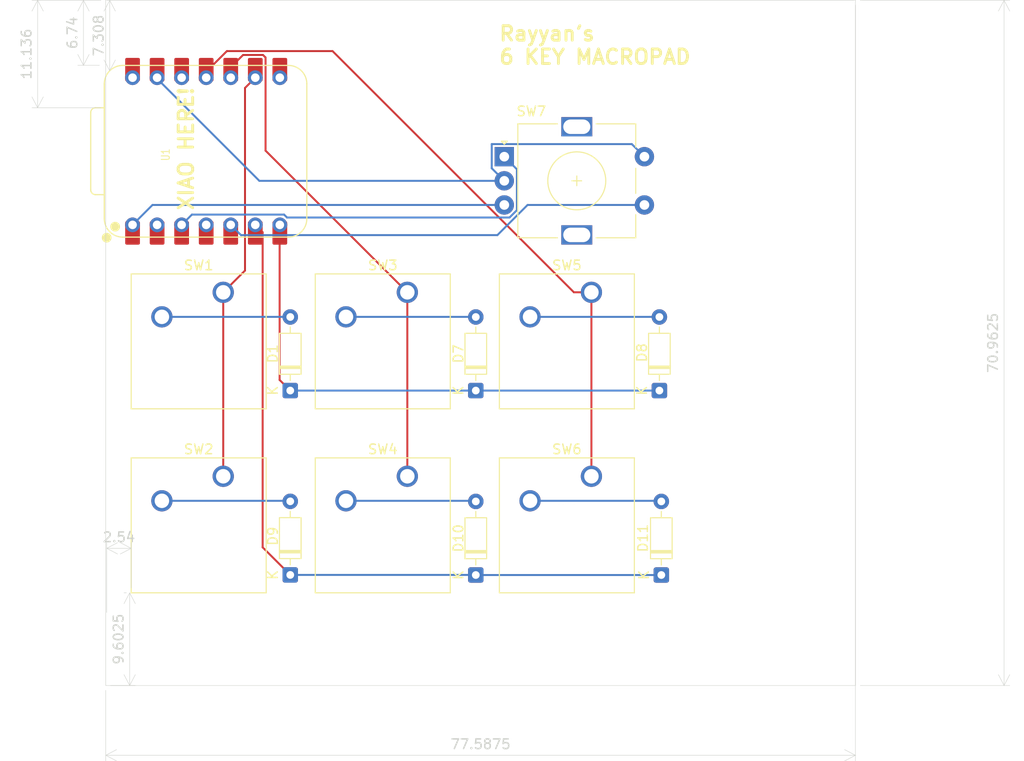
<source format=kicad_pcb>
(kicad_pcb (version 20241229) (generator "pcbnew") (generator_version "9.0")
  (layers (0 "F.Cu" signal) (2 "B.Cu" signal) (13 "F.Paste" user) (15 "B.Paste" user) (5 "F.SilkS" user "F.Silkscreen") (7 "B.SilkS" user "B.Silkscreen") (1 "F.Mask" user) (3 "B.Mask" user) (25 "Edge.Cuts" user))
  (net 0 "")
  (net 2 "GND")
  (net 3 "+5V")
  (net 5 "Connection 4")
  (net 7 "Row 0")
  (net 8 "Net-(D1-A)")
  (net 9 "Net-(D7-A)")
  (net 10 "Net-(D8-A)")
  (net 11 "Row 1")
  (net 12 "Net-(D9-A)")
  (net 13 "Net-(D10-A)")
  (net 14 "Net-(D11-A)")
  (net 15 "Column 0")
  (net 16 "Column 1")
  (net 17 "Column 2")
  (net 19 "Connection 2")
  (net 21 "Connection 1")
  (footprint "Rotary_Encoder:RotaryEncoder_Alps_EC11E-Switch_Vertical_H20mm" (layer "F.Cu") (at 170.235 54.615)
    (property "Reference" "SW7" (at 2.8 -4.7 0) (layer "F.SilkS"))
    (property "Value" "RotaryEncoder_Switch_MP")
    (fp_line (start -0.3 -1.6) (end 0.3 -1.6) (stroke (width 0.12)) (layer "F.SilkS"))
    (fp_line (start 0 -1.3) (end -0.3 -1.6) (stroke (width 0.12)) (layer "F.SilkS"))
    (fp_line (start 0.3 -1.6) (end 0 -1.3) (stroke (width 0.12)) (layer "F.SilkS"))
    (fp_line (start 1.4 -3.4) (end 1.4 8.4) (stroke (width 0.12)) (layer "F.SilkS"))
    (fp_line (start 5.5 -3.4) (end 1.4 -3.4) (stroke (width 0.12)) (layer "F.SilkS"))
    (fp_line (start 5.5 8.4) (end 1.4 8.4) (stroke (width 0.12)) (layer "F.SilkS"))
    (fp_line (start 7 2.5) (end 8 2.5) (stroke (width 0.12)) (layer "F.SilkS"))
    (fp_line (start 7.5 2) (end 7.5 3) (stroke (width 0.12)) (layer "F.SilkS"))
    (fp_line (start 9.5 -3.4) (end 13.6 -3.4) (stroke (width 0.12)) (layer "F.SilkS"))
    (fp_line (start 13.6 -3.4) (end 13.6 -1) (stroke (width 0.12)) (layer "F.SilkS"))
    (fp_line (start 13.6 1.2) (end 13.6 3.8) (stroke (width 0.12)) (layer "F.SilkS"))
    (fp_line (start 13.6 6) (end 13.6 8.4) (stroke (width 0.12)) (layer "F.SilkS"))
    (fp_line (start 13.6 8.4) (end 9.5 8.4) (stroke (width 0.12)) (layer "F.SilkS"))
    (fp_circle (center 7.5 2.5) (end 10.5 2.5) (stroke (width 0.12)) (fill no) (layer "F.SilkS"))
    (pad "A" thru_hole rect (at 0 0) (size 2 2) (drill 1) (layers "*.Cu" "*.Mask") (net 5 "Connection 4"))
    (pad "B" thru_hole circle (at 0 5) (size 2 2) (drill 1) (layers "*.Cu" "*.Mask") (net 19 "Connection 2"))
    (pad "C" thru_hole circle (at 0 2.5) (size 2 2) (drill 1) (layers "*.Cu" "*.Mask") (net 2 "GND"))
    (pad "MP" thru_hole rect (at 7.5 -3.1) (size 3.2 2) (drill oval 2.8 1.5) (layers "*.Cu" "*.Mask"))
    (pad "MP" thru_hole rect (at 7.5 8.1) (size 3.2 2) (drill oval 2.8 1.5) (layers "*.Cu" "*.Mask"))
    (pad "S1" thru_hole circle (at 14.5 5) (size 2 2) (drill 1) (layers "*.Cu" "*.Mask") (net 21 "Connection 1"))
    (pad "S2" thru_hole circle (at 14.5 0) (size 2 2) (drill 1) (layers "*.Cu" "*.Mask") (net 2 "GND"))
  )
  (footprint "Button_Switch_Keyboard:SW_Cherry_MX_1.00u_PCB" (layer "F.Cu") (at 141.15 68.66)
    (property "Reference" "SW1" (at -2.54 -2.794 0) (layer "F.SilkS"))
    (property "Value" "SW_Push_45deg")
    (fp_line (start -9.525 -1.905) (end 4.445 -1.905) (stroke (width 0.12)) (layer "F.SilkS"))
    (fp_line (start -9.525 12.065) (end -9.525 -1.905) (stroke (width 0.12)) (layer "F.SilkS"))
    (fp_line (start 4.445 -1.905) (end 4.445 12.065) (stroke (width 0.12)) (layer "F.SilkS"))
    (fp_line (start 4.445 12.065) (end -9.525 12.065) (stroke (width 0.12)) (layer "F.SilkS"))
    (pad "" np_thru_hole circle (at -7.62 5.08) (size 1.7 1.7) (drill 1.7) (layers "*.Cu" "*.Mask"))
    (pad "" np_thru_hole circle (at -2.54 5.08) (size 4 4) (drill 4) (layers "*.Cu" "*.Mask"))
    (pad "" np_thru_hole circle (at 2.54 5.08) (size 1.7 1.7) (drill 1.7) (layers "*.Cu" "*.Mask"))
    (pad "1" thru_hole circle (at 0 0) (size 2.2 2.2) (drill 1.5) (layers "*.Cu" "*.Mask") (net 15 "Column 0"))
    (pad "2" thru_hole circle (at -6.35 2.54) (size 2.2 2.2) (drill 1.5) (layers "*.Cu" "*.Mask") (net 8 "Net-(D1-A)"))
  )
  (footprint "Button_Switch_Keyboard:SW_Cherry_MX_1.00u_PCB" (layer "F.Cu") (at 141.15 87.71)
    (property "Reference" "SW2" (at -2.54 -2.794 0) (layer "F.SilkS"))
    (property "Value" "SW_Push_45deg")
    (fp_line (start -9.525 -1.905) (end 4.445 -1.905) (stroke (width 0.12)) (layer "F.SilkS"))
    (fp_line (start -9.525 12.065) (end -9.525 -1.905) (stroke (width 0.12)) (layer "F.SilkS"))
    (fp_line (start 4.445 -1.905) (end 4.445 12.065) (stroke (width 0.12)) (layer "F.SilkS"))
    (fp_line (start 4.445 12.065) (end -9.525 12.065) (stroke (width 0.12)) (layer "F.SilkS"))
    (pad "" np_thru_hole circle (at -7.62 5.08) (size 1.7 1.7) (drill 1.7) (layers "*.Cu" "*.Mask"))
    (pad "" np_thru_hole circle (at -2.54 5.08) (size 4 4) (drill 4) (layers "*.Cu" "*.Mask"))
    (pad "" np_thru_hole circle (at 2.54 5.08) (size 1.7 1.7) (drill 1.7) (layers "*.Cu" "*.Mask"))
    (pad "1" thru_hole circle (at 0 0) (size 2.2 2.2) (drill 1.5) (layers "*.Cu" "*.Mask") (net 15 "Column 0"))
    (pad "2" thru_hole circle (at -6.35 2.54) (size 2.2 2.2) (drill 1.5) (layers "*.Cu" "*.Mask") (net 12 "Net-(D9-A)"))
  )
  (footprint "Diode_THT:D_DO-35_SOD27_P7.62mm_Horizontal" (layer "F.Cu") (at 167.285 78.835 90)
    (property "Reference" "D7" (at 3.81 -1.8 90) (layer "F.SilkS"))
    (property "Value" "1N4148")
    (fp_line (start 2.53 -1.12) (end 2.53 1.12) (stroke (width 0.12)) (layer "F.SilkS"))
    (fp_line (start 2.41 -1.12) (end 2.41 1.12) (stroke (width 0.12)) (layer "F.SilkS"))
    (fp_line (start 2.29 -1.12) (end 2.29 1.12) (stroke (width 0.12)) (layer "F.SilkS"))
    (fp_line (start 6.58 0) (end 5.93 0) (stroke (width 0.12)) (layer "F.SilkS"))
    (fp_line (start 1.04 0) (end 1.69 0) (stroke (width 0.12)) (layer "F.SilkS"))
    (fp_rect (start 1.69 -1.12) (end 5.93 1.12) (stroke (width 0.12)) (fill no) (layer "F.SilkS"))
    (fp_text user "K" (at 0 -1.8 90) (layer "F.SilkS"))
    (pad "1" thru_hole roundrect (at 0 0 90) (size 1.6 1.6) (drill 0.8) (layers "*.Cu" "*.Mask") (roundrect_rratio 0.15625) (net 7 "Row 0"))
    (pad "2" thru_hole circle (at 7.62 0 90) (size 1.6 1.6) (drill 0.8) (layers "*.Cu" "*.Mask") (net 9 "Net-(D7-A)"))
  )
  (footprint "Button_Switch_Keyboard:SW_Cherry_MX_1.00u_PCB" (layer "F.Cu") (at 179.25 87.71)
    (property "Reference" "SW6" (at -2.54 -2.794 0) (layer "F.SilkS"))
    (property "Value" "SW_Push_45deg")
    (fp_line (start -9.525 -1.905) (end 4.445 -1.905) (stroke (width 0.12)) (layer "F.SilkS"))
    (fp_line (start -9.525 12.065) (end -9.525 -1.905) (stroke (width 0.12)) (layer "F.SilkS"))
    (fp_line (start 4.445 -1.905) (end 4.445 12.065) (stroke (width 0.12)) (layer "F.SilkS"))
    (fp_line (start 4.445 12.065) (end -9.525 12.065) (stroke (width 0.12)) (layer "F.SilkS"))
    (pad "" np_thru_hole circle (at -7.62 5.08) (size 1.7 1.7) (drill 1.7) (layers "*.Cu" "*.Mask"))
    (pad "" np_thru_hole circle (at -2.54 5.08) (size 4 4) (drill 4) (layers "*.Cu" "*.Mask"))
    (pad "" np_thru_hole circle (at 2.54 5.08) (size 1.7 1.7) (drill 1.7) (layers "*.Cu" "*.Mask"))
    (pad "1" thru_hole circle (at 0 0) (size 2.2 2.2) (drill 1.5) (layers "*.Cu" "*.Mask") (net 17 "Column 2"))
    (pad "2" thru_hole circle (at -6.35 2.54) (size 2.2 2.2) (drill 1.5) (layers "*.Cu" "*.Mask") (net 14 "Net-(D11-A)"))
  )
  (footprint "Button_Switch_Keyboard:SW_Cherry_MX_1.00u_PCB" (layer "F.Cu") (at 160.2 68.66)
    (property "Reference" "SW3" (at -2.54 -2.794 0) (layer "F.SilkS"))
    (property "Value" "SW_Push_45deg")
    (fp_line (start -9.525 -1.905) (end 4.445 -1.905) (stroke (width 0.12)) (layer "F.SilkS"))
    (fp_line (start -9.525 12.065) (end -9.525 -1.905) (stroke (width 0.12)) (layer "F.SilkS"))
    (fp_line (start 4.445 -1.905) (end 4.445 12.065) (stroke (width 0.12)) (layer "F.SilkS"))
    (fp_line (start 4.445 12.065) (end -9.525 12.065) (stroke (width 0.12)) (layer "F.SilkS"))
    (pad "" np_thru_hole circle (at -7.62 5.08) (size 1.7 1.7) (drill 1.7) (layers "*.Cu" "*.Mask"))
    (pad "" np_thru_hole circle (at -2.54 5.08) (size 4 4) (drill 4) (layers "*.Cu" "*.Mask"))
    (pad "" np_thru_hole circle (at 2.54 5.08) (size 1.7 1.7) (drill 1.7) (layers "*.Cu" "*.Mask"))
    (pad "1" thru_hole circle (at 0 0) (size 2.2 2.2) (drill 1.5) (layers "*.Cu" "*.Mask") (net 16 "Column 1"))
    (pad "2" thru_hole circle (at -6.35 2.54) (size 2.2 2.2) (drill 1.5) (layers "*.Cu" "*.Mask") (net 9 "Net-(D7-A)"))
  )
  (footprint "Diode_THT:D_DO-35_SOD27_P7.62mm_Horizontal" (layer "F.Cu") (at 148.085 78.835 90)
    (property "Reference" "D1" (at 3.82 -1.8 90) (layer "F.SilkS"))
    (property "Value" "1N4148")
    (fp_line (start 2.53 -1.12) (end 2.53 1.12) (stroke (width 0.12)) (layer "F.SilkS"))
    (fp_line (start 2.41 -1.12) (end 2.41 1.12) (stroke (width 0.12)) (layer "F.SilkS"))
    (fp_line (start 2.29 -1.12) (end 2.29 1.12) (stroke (width 0.12)) (layer "F.SilkS"))
    (fp_line (start 6.58 0) (end 5.93 0) (stroke (width 0.12)) (layer "F.SilkS"))
    (fp_line (start 1.04 0) (end 1.69 0) (stroke (width 0.12)) (layer "F.SilkS"))
    (fp_rect (start 1.69 -1.12) (end 5.93 1.12) (stroke (width 0.12)) (fill no) (layer "F.SilkS"))
    (fp_text user "K" (at 0 -1.8 90) (layer "F.SilkS"))
    (pad "1" thru_hole roundrect (at 0 0 90) (size 1.6 1.6) (drill 0.8) (layers "*.Cu" "*.Mask") (roundrect_rratio 0.15625) (net 7 "Row 0"))
    (pad "2" thru_hole circle (at 7.62 0 90) (size 1.6 1.6) (drill 0.8) (layers "*.Cu" "*.Mask") (net 8 "Net-(D1-A)"))
  )
  (footprint "OPL Lib:XIAO-RP2040-DIP" (layer "F.Cu") (at 139.385 54.055 90)
    (property "Reference" "U1" (at -0.36 -4.2 90) (layer "F.SilkS") (effects (font (size 0.835 0.635) (thickness 0.1016))))
    (property "Value" "XIAO-RP2040-DIP")
    (fp_line (start -3.991272 -11.951) (end 4.004 -11.951) (stroke (width 0.127)) (layer "F.SilkS"))
    (fp_line (start 4.504 -11.451) (end 4.504 -10.541) (stroke (width 0.127)) (layer "F.SilkS"))
    (fp_line (start 6.985 -10.541) (end -6.985 -10.541) (stroke (width 0.1)) (layer "F.SilkS"))
    (fp_line (start 6.985 -10.541) (end -6.985 -10.541) (stroke (width 0.127)) (layer "F.SilkS"))
    (fp_line (start -4.495 -10.541) (end -4.491272 -11.451272) (stroke (width 0.127)) (layer "F.SilkS"))
    (fp_line (start 8.89 8.509) (end 8.89 -8.636) (stroke (width 0.127)) (layer "F.SilkS"))
    (fp_line (start -8.89 8.509) (end -8.89 -8.636) (stroke (width 0.127)) (layer "F.SilkS"))
    (fp_line (start -6.985 10.414) (end 6.985 10.414) (stroke (width 0.127)) (layer "F.SilkS"))
    (fp_arc (start 4.004 -11.951) (mid 4.357553 -11.804553) (end 4.504 -11.451) (stroke (width 0.127)) (layer "F.SilkS"))
    (fp_arc (start -4.491272 -11.451272) (mid -4.344728 -11.80464) (end -3.991272 -11.951) (stroke (width 0.127)) (layer "F.SilkS"))
    (fp_arc (start 6.985 -10.541) (mid 8.332038 -9.983038) (end 8.89 -8.636) (stroke (width 0.127)) (layer "F.SilkS"))
    (fp_arc (start -8.89 -8.636) (mid -8.332038 -9.983038) (end -6.985 -10.541) (stroke (width 0.127)) (layer "F.SilkS"))
    (fp_arc (start 8.89 8.509) (mid 8.332038 9.856038) (end 6.985 10.414) (stroke (width 0.127)) (layer "F.SilkS"))
    (fp_arc (start -6.985 10.414) (mid -8.332038 9.856038) (end -8.89 8.509) (stroke (width 0.127)) (layer "F.SilkS"))
    (fp_circle (center -8.95 -10.3) (end -8.95 -10.554) (stroke (width 0.5)) (fill yes) (layer "F.SilkS"))
    (fp_circle (center -7.807 -9.42) (end -7.807 -9.674) (stroke (width 0.5)) (fill yes) (layer "F.SilkS"))
    (pad "1" smd roundrect (at -8.455 -7.62 270) (size 2.432 1.524) (layers "F.Cu" "F.Mask") (roundrect_rratio 0.1) (net 19 "Connection 2"))
    (pad "1" thru_hole circle (at -7.62 -7.62 270) (size 1.524 1.524) (drill 0.889) (layers "*.Cu" "*.Mask") (net 19 "Connection 2"))
    (pad "2" smd roundrect (at -8.455 -5.08 270) (size 2.432 1.524) (layers "F.Cu" "F.Mask") (roundrect_rratio 0.1))
    (pad "2" thru_hole circle (at -7.62 -5.08 270) (size 1.524 1.524) (drill 0.889) (layers "*.Cu" "*.Mask"))
    (pad "3" smd roundrect (at -8.455 -2.54 270) (size 2.432 1.524) (layers "F.Cu" "F.Mask") (roundrect_rratio 0.1) (net 5 "Connection 4"))
    (pad "3" thru_hole circle (at -7.62 -2.54 270) (size 1.524 1.524) (drill 0.889) (layers "*.Cu" "*.Mask") (net 5 "Connection 4"))
    (pad "4" smd roundrect (at -8.455 0 270) (size 2.432 1.524) (layers "F.Cu" "F.Mask") (roundrect_rratio 0.1))
    (pad "4" thru_hole circle (at -7.62 0 270) (size 1.524 1.524) (drill 0.889) (layers "*.Cu" "*.Mask"))
    (pad "5" smd roundrect (at -8.455 2.54 270) (size 2.432 1.524) (layers "F.Cu" "F.Mask") (roundrect_rratio 0.1) (net 21 "Connection 1"))
    (pad "5" thru_hole circle (at -7.62 2.54 270) (size 1.524 1.524) (drill 0.889) (layers "*.Cu" "*.Mask") (net 21 "Connection 1"))
    (pad "6" smd roundrect (at -8.455 5.08 270) (size 2.432 1.524) (layers "F.Cu" "F.Mask") (roundrect_rratio 0.1) (net 11 "Row 1"))
    (pad "6" thru_hole circle (at -7.62 5.08 270) (size 1.524 1.524) (drill 0.889) (layers "*.Cu" "*.Mask") (net 11 "Row 1"))
    (pad "7" smd roundrect (at -8.455 7.62 270) (size 2.432 1.524) (layers "F.Cu" "F.Mask") (roundrect_rratio 0.1) (net 7 "Row 0"))
    (pad "7" thru_hole circle (at -7.62 7.62 270) (size 1.524 1.524) (drill 0.889) (layers "*.Cu" "*.Mask") (net 7 "Row 0"))
    (pad "8" thru_hole circle (at 7.62 7.62 90) (size 1.524 1.524) (drill 0.889) (layers "*.Cu" "*.Mask"))
    (pad "8" smd roundrect (at 8.455 7.62 90) (size 2.432 1.524) (layers "F.Cu" "F.Mask") (roundrect_rratio 0.1))
    (pad "9" thru_hole circle (at 7.62 5.08 90) (size 1.524 1.524) (drill 0.889) (layers "*.Cu" "*.Mask") (net 15 "Column 0"))
    (pad "9" smd roundrect (at 8.455 5.08 90) (size 2.432 1.524) (layers "F.Cu" "F.Mask") (roundrect_rratio 0.1) (net 15 "Column 0"))
    (pad "10" thru_hole circle (at 7.62 2.54 90) (size 1.524 1.524) (drill 0.889) (layers "*.Cu" "*.Mask") (net 16 "Column 1"))
    (pad "10" smd roundrect (at 8.455 2.54 90) (size 2.432 1.524) (layers "F.Cu" "F.Mask") (roundrect_rratio 0.1) (net 16 "Column 1"))
    (pad "11" thru_hole circle (at 7.62 0 90) (size 1.524 1.524) (drill 0.889) (layers "*.Cu" "*.Mask") (net 17 "Column 2"))
    (pad "11" smd roundrect (at 8.455 0 90) (size 2.432 1.524) (layers "F.Cu" "F.Mask") (roundrect_rratio 0.1) (net 17 "Column 2"))
    (pad "12" thru_hole circle (at 7.62 -2.54 90) (size 1.524 1.524) (drill 0.889) (layers "*.Cu" "*.Mask"))
    (pad "12" smd roundrect (at 8.455 -2.54 90) (size 2.432 1.524) (layers "F.Cu" "F.Mask") (roundrect_rratio 0.1))
    (pad "13" thru_hole circle (at 7.62 -5.08 90) (size 1.524 1.524) (drill 0.889) (layers "*.Cu" "*.Mask") (net 2 "GND"))
    (pad "13" smd roundrect (at 8.455 -5.08 90) (size 2.432 1.524) (layers "F.Cu" "F.Mask") (roundrect_rratio 0.1) (net 2 "GND"))
    (pad "14" thru_hole circle (at 7.62 -7.62 90) (size 1.524 1.524) (drill 0.889) (layers "*.Cu" "*.Mask") (net 3 "+5V"))
    (pad "14" smd roundrect (at 8.455 -7.62 90) (size 2.432 1.524) (layers "F.Cu" "F.Mask") (roundrect_rratio 0.1) (net 3 "+5V"))
  )
  (footprint "Diode_THT:D_DO-35_SOD27_P7.62mm_Horizontal" (layer "F.Cu") (at 186.485 97.935 90)
    (property "Reference" "D11" (at 3.82 -1.9 90) (layer "F.SilkS"))
    (property "Value" "1N4148")
    (fp_line (start 2.53 -1.12) (end 2.53 1.12) (stroke (width 0.12)) (layer "F.SilkS"))
    (fp_line (start 2.41 -1.12) (end 2.41 1.12) (stroke (width 0.12)) (layer "F.SilkS"))
    (fp_line (start 2.29 -1.12) (end 2.29 1.12) (stroke (width 0.12)) (layer "F.SilkS"))
    (fp_line (start 6.58 0) (end 5.93 0) (stroke (width 0.12)) (layer "F.SilkS"))
    (fp_line (start 1.04 0) (end 1.69 0) (stroke (width 0.12)) (layer "F.SilkS"))
    (fp_rect (start 1.69 -1.12) (end 5.93 1.12) (stroke (width 0.12)) (fill no) (layer "F.SilkS"))
    (fp_text user "K" (at 0 -1.8 90) (layer "F.SilkS"))
    (pad "1" thru_hole roundrect (at 0 0 90) (size 1.6 1.6) (drill 0.8) (layers "*.Cu" "*.Mask") (roundrect_rratio 0.15625) (net 11 "Row 1"))
    (pad "2" thru_hole circle (at 7.62 0 90) (size 1.6 1.6) (drill 0.8) (layers "*.Cu" "*.Mask") (net 14 "Net-(D11-A)"))
  )
  (footprint "Button_Switch_Keyboard:SW_Cherry_MX_1.00u_PCB" (layer "F.Cu") (at 160.2 87.71)
    (property "Reference" "SW4" (at -2.54 -2.794 0) (layer "F.SilkS"))
    (property "Value" "SW_Push_45deg")
    (fp_line (start -9.525 -1.905) (end 4.445 -1.905) (stroke (width 0.12)) (layer "F.SilkS"))
    (fp_line (start -9.525 12.065) (end -9.525 -1.905) (stroke (width 0.12)) (layer "F.SilkS"))
    (fp_line (start 4.445 -1.905) (end 4.445 12.065) (stroke (width 0.12)) (layer "F.SilkS"))
    (fp_line (start 4.445 12.065) (end -9.525 12.065) (stroke (width 0.12)) (layer "F.SilkS"))
    (pad "" np_thru_hole circle (at -7.62 5.08) (size 1.7 1.7) (drill 1.7) (layers "*.Cu" "*.Mask"))
    (pad "" np_thru_hole circle (at -2.54 5.08) (size 4 4) (drill 4) (layers "*.Cu" "*.Mask"))
    (pad "" np_thru_hole circle (at 2.54 5.08) (size 1.7 1.7) (drill 1.7) (layers "*.Cu" "*.Mask"))
    (pad "1" thru_hole circle (at 0 0) (size 2.2 2.2) (drill 1.5) (layers "*.Cu" "*.Mask") (net 16 "Column 1"))
    (pad "2" thru_hole circle (at -6.35 2.54) (size 2.2 2.2) (drill 1.5) (layers "*.Cu" "*.Mask") (net 13 "Net-(D10-A)"))
  )
  (footprint "Button_Switch_Keyboard:SW_Cherry_MX_1.00u_PCB" (layer "F.Cu") (at 179.25 68.66)
    (property "Reference" "SW5" (at -2.54 -2.794 0) (layer "F.SilkS"))
    (property "Value" "SW_Push_45deg")
    (fp_line (start -9.525 -1.905) (end 4.445 -1.905) (stroke (width 0.12)) (layer "F.SilkS"))
    (fp_line (start -9.525 12.065) (end -9.525 -1.905) (stroke (width 0.12)) (layer "F.SilkS"))
    (fp_line (start 4.445 -1.905) (end 4.445 12.065) (stroke (width 0.12)) (layer "F.SilkS"))
    (fp_line (start 4.445 12.065) (end -9.525 12.065) (stroke (width 0.12)) (layer "F.SilkS"))
    (pad "" np_thru_hole circle (at -7.62 5.08) (size 1.7 1.7) (drill 1.7) (layers "*.Cu" "*.Mask"))
    (pad "" np_thru_hole circle (at -2.54 5.08) (size 4 4) (drill 4) (layers "*.Cu" "*.Mask"))
    (pad "" np_thru_hole circle (at 2.54 5.08) (size 1.7 1.7) (drill 1.7) (layers "*.Cu" "*.Mask"))
    (pad "1" thru_hole circle (at 0 0) (size 2.2 2.2) (drill 1.5) (layers "*.Cu" "*.Mask") (net 17 "Column 2"))
    (pad "2" thru_hole circle (at -6.35 2.54) (size 2.2 2.2) (drill 1.5) (layers "*.Cu" "*.Mask") (net 10 "Net-(D8-A)"))
  )
  (footprint "Diode_THT:D_DO-35_SOD27_P7.62mm_Horizontal" (layer "F.Cu") (at 167.285 97.935 90)
    (property "Reference" "D10" (at 3.81 -1.8 90) (layer "F.SilkS"))
    (property "Value" "1N4148")
    (fp_line (start 2.53 -1.12) (end 2.53 1.12) (stroke (width 0.12)) (layer "F.SilkS"))
    (fp_line (start 2.41 -1.12) (end 2.41 1.12) (stroke (width 0.12)) (layer "F.SilkS"))
    (fp_line (start 2.29 -1.12) (end 2.29 1.12) (stroke (width 0.12)) (layer "F.SilkS"))
    (fp_line (start 6.58 0) (end 5.93 0) (stroke (width 0.12)) (layer "F.SilkS"))
    (fp_line (start 1.04 0) (end 1.69 0) (stroke (width 0.12)) (layer "F.SilkS"))
    (fp_rect (start 1.69 -1.12) (end 5.93 1.12) (stroke (width 0.12)) (fill no) (layer "F.SilkS"))
    (fp_text user "K" (at 0 -1.8 90) (layer "F.SilkS"))
    (pad "1" thru_hole roundrect (at 0 0 90) (size 1.6 1.6) (drill 0.8) (layers "*.Cu" "*.Mask") (roundrect_rratio 0.15625) (net 11 "Row 1"))
    (pad "2" thru_hole circle (at 7.62 0 90) (size 1.6 1.6) (drill 0.8) (layers "*.Cu" "*.Mask") (net 13 "Net-(D10-A)"))
  )
  (footprint "Diode_THT:D_DO-35_SOD27_P7.62mm_Horizontal" (layer "F.Cu") (at 148.085 97.925 90)
    (property "Reference" "D9" (at 4.01 -1.8 90) (layer "F.SilkS"))
    (property "Value" "1N4148")
    (fp_line (start 2.53 -1.12) (end 2.53 1.12) (stroke (width 0.12)) (layer "F.SilkS"))
    (fp_line (start 2.41 -1.12) (end 2.41 1.12) (stroke (width 0.12)) (layer "F.SilkS"))
    (fp_line (start 2.29 -1.12) (end 2.29 1.12) (stroke (width 0.12)) (layer "F.SilkS"))
    (fp_line (start 6.58 0) (end 5.93 0) (stroke (width 0.12)) (layer "F.SilkS"))
    (fp_line (start 1.04 0) (end 1.69 0) (stroke (width 0.12)) (layer "F.SilkS"))
    (fp_rect (start 1.69 -1.12) (end 5.93 1.12) (stroke (width 0.12)) (fill no) (layer "F.SilkS"))
    (fp_text user "K" (at 0 -1.8 90) (layer "F.SilkS"))
    (pad "1" thru_hole roundrect (at 0 0 90) (size 1.6 1.6) (drill 0.8) (layers "*.Cu" "*.Mask") (roundrect_rratio 0.15625) (net 11 "Row 1"))
    (pad "2" thru_hole circle (at 7.62 0 90) (size 1.6 1.6) (drill 0.8) (layers "*.Cu" "*.Mask") (net 12 "Net-(D9-A)"))
  )
  (footprint "Diode_THT:D_DO-35_SOD27_P7.62mm_Horizontal" (layer "F.Cu") (at 186.285 78.835 90)
    (property "Reference" "D8" (at 3.92 -1.8 90) (layer "F.SilkS"))
    (property "Value" "1N4148")
    (fp_line (start 2.53 -1.12) (end 2.53 1.12) (stroke (width 0.12)) (layer "F.SilkS"))
    (fp_line (start 2.41 -1.12) (end 2.41 1.12) (stroke (width 0.12)) (layer "F.SilkS"))
    (fp_line (start 2.29 -1.12) (end 2.29 1.12) (stroke (width 0.12)) (layer "F.SilkS"))
    (fp_line (start 6.58 0) (end 5.93 0) (stroke (width 0.12)) (layer "F.SilkS"))
    (fp_line (start 1.04 0) (end 1.69 0) (stroke (width 0.12)) (layer "F.SilkS"))
    (fp_rect (start 1.69 -1.12) (end 5.93 1.12) (stroke (width 0.12)) (fill no) (layer "F.SilkS"))
    (fp_text user "K" (at 0 -1.8 90) (layer "F.SilkS"))
    (pad "1" thru_hole roundrect (at 0 0 90) (size 1.6 1.6) (drill 0.8) (layers "*.Cu" "*.Mask") (roundrect_rratio 0.15625) (net 7 "Row 0"))
    (pad "2" thru_hole circle (at 7.62 0 90) (size 1.6 1.6) (drill 0.8) (layers "*.Cu" "*.Mask") (net 10 "Net-(D8-A)"))
  )
  (gr_rect (start 128.985 38.415) (end 206.5725 109.3775) (stroke (width 0.05)) (fill no) (layer "Edge.Cuts"))
  (gr_text "XIAO HERE!" (at 138.185 60.315 90) (layer "F.SilkS") (effects (font (size 1.5 1.5) (thickness 0.3) (bold yes)) (justify left bottom)))
  (gr_text "Rayyan's\n6 KEY MACROPAD" (at 169.56625 45.165 0) (layer "F.SilkS") (effects (font (size 1.5 1.5) (thickness 0.3) (bold yes)) (justify left bottom)))
  (dimension (type orthogonal) (layer "Edge.Cuts") (pts (xy 128.985 38.415) (xy 129.401962 45.722962)) (height 0.416962) (orientation 1) (format (prefix "") (suffix "") (units 3) (units_format 0) (precision 4) (suppress_zeroes yes)) (style (thickness 0.05) (arrow_length 1.27) (text_position_mode 0) (arrow_direction outward) (extension_height 0.58642) (extension_offset 0.5) (keep_text_aligned yes)) (gr_text "7.308" (at 128.251962 42.068981 90) (layer "Edge.Cuts") (effects (font (size 1 1) (thickness 0.15)))))
  (dimension (type orthogonal) (layer "Edge.Cuts") (pts (xy 128.985 38.415) (xy 128.985 49.551)) (height -7.04375) (orientation 1) (format (prefix "") (suffix "") (units 3) (units_format 0) (precision 4) (suppress_zeroes yes)) (style (thickness 0.05) (arrow_length 1.27) (text_position_mode 0) (arrow_direction outward) (extension_height 0.58642) (extension_offset 0.5) (keep_text_aligned yes)) (gr_text "11.136" (at 120.79125 43.983 90) (layer "Edge.Cuts") (effects (font (size 1 1) (thickness 0.15)))))
  (dimension (type orthogonal) (layer "Edge.Cuts") (pts (xy 206.5725 38.415) (xy 128.985 109.3775)) (height 78.1875) (orientation 0) (format (prefix "") (suffix "") (units 3) (units_format 0) (precision 4) (suppress_zeroes yes)) (style (thickness 0.05) (arrow_length 1.27) (text_position_mode 0) (arrow_direction outward) (extension_height 0.58642) (extension_offset 0.5) (keep_text_aligned yes)) (gr_text "77.5875" (at 167.77875 115.4525 0) (layer "Edge.Cuts") (effects (font (size 1 1) (thickness 0.15)))))
  (dimension (type orthogonal) (layer "Edge.Cuts") (pts (xy 131.625 99.775) (xy 128.985 109.3775)) (height -0.15875) (orientation 1) (format (prefix "") (suffix "") (units 3) (units_format 0) (precision 4) (suppress_zeroes yes)) (style (thickness 0.05) (arrow_length 1.27) (text_position_mode 0) (arrow_direction outward) (extension_height 0.58642) (extension_offset 0.5) (keep_text_aligned yes)) (gr_text "9.6025" (at 130.31625 104.57625 90) (layer "Edge.Cuts") (effects (font (size 1 1) (thickness 0.15)))))
  (dimension (type orthogonal) (layer "Edge.Cuts") (pts (xy 131.625 99.775) (xy 129.085 102.315)) (height -4.60375) (orientation 0) (format (prefix "") (suffix "") (units 3) (units_format 0) (precision 4) (suppress_zeroes yes)) (style (thickness 0.05) (arrow_length 1.27) (text_position_mode 0) (arrow_direction outward) (extension_height 0.58642) (extension_offset 0.5) (keep_text_aligned yes)) (gr_text "2.54" (at 130.355 94.02125 0) (layer "Edge.Cuts") (effects (font (size 1 1) (thickness 0.15)))))
  (dimension (type orthogonal) (layer "Edge.Cuts") (pts (xy 128.985 38.415) (xy 128.835 45.155)) (height -2.3) (orientation 1) (format (prefix "") (suffix "") (units 3) (units_format 0) (precision 4) (suppress_zeroes yes)) (style (thickness 0.05) (arrow_length 1.27) (text_position_mode 0) (arrow_direction outward) (extension_height 0.58642) (extension_offset 0.5) (keep_text_aligned yes)) (gr_text "6.74" (at 125.535 41.785 90) (layer "Edge.Cuts") (effects (font (size 1 1) (thickness 0.15)))))
  (dimension (type orthogonal) (layer "Edge.Cuts") (pts (xy 206.5725 38.415) (xy 206.5725 109.3775)) (height 15.38125) (orientation 1) (format (prefix "") (suffix "") (units 3) (units_format 0) (precision 4) (suppress_zeroes yes)) (style (thickness 0.05) (arrow_length 1.27) (text_position_mode 0) (arrow_direction outward) (extension_height 0.58642) (extension_offset 0.5) (keep_text_aligned yes)) (gr_text "70.9625" (at 220.80375 73.89625 90) (layer "Edge.Cuts") (effects (font (size 1 1) (thickness 0.15)))))
  (segment (start 134.305 46.435) (end 134.305 46.495) (width 0.2) (layer "B.Cu") (net 2))
  (segment (start 168.934 55.814) (end 170.235 57.115) (width 0.2) (layer "B.Cu") (net 2))
  (segment (start 184.735 54.615) (end 183.434 53.314) (width 0.2) (layer "B.Cu") (net 2))
  (segment (start 134.305 46.495) (end 134.285 46.515) (width 0.2) (layer "B.Cu") (net 2))
  (segment (start 134.285 46.515) (end 144.885 57.115) (width 0.2) (layer "B.Cu") (net 2))
  (segment (start 144.885 57.115) (end 170.235 57.115) (width 0.2) (layer "B.Cu") (net 2))
  (segment (start 183.434 53.314) (end 168.934 53.314) (width 0.2) (layer "B.Cu") (net 2))
  (segment (start 168.934 53.314) (end 168.934 55.814) (width 0.2) (layer "B.Cu") (net 2))
  (segment (start 147.74931 60.916) (end 147.44531 60.612) (width 0.2) (layer "B.Cu") (net 5))
  (segment (start 171.536 55.916) (end 171.536 60.153892) (width 0.2) (layer "B.Cu") (net 5))
  (segment (start 171.536 60.153892) (end 170.773892 60.916) (width 0.2) (layer "B.Cu") (net 5))
  (segment (start 147.44531 60.612) (end 137.908 60.612) (width 0.2) (layer "B.Cu") (net 5))
  (segment (start 137.908 60.612) (end 136.845 61.675) (width 0.2) (layer "B.Cu") (net 5))
  (segment (start 170.773892 60.916) (end 147.74931 60.916) (width 0.2) (layer "B.Cu") (net 5))
  (segment (start 170.235 54.615) (end 171.536 55.916) (width 0.2) (layer "B.Cu") (net 5))
  (segment (start 146.984 77.734) (end 148.085 78.835) (width 0.2) (layer "F.Cu") (net 7))
  (segment (start 147.005 61.675) (end 146.984 61.696) (width 0.2) (layer "F.Cu") (net 7))
  (segment (start 146.984 61.696) (end 146.984 77.734) (width 0.2) (layer "F.Cu") (net 7))
  (segment (start 148.085 78.835) (end 167.285 78.835) (width 0.2) (layer "B.Cu") (net 7))
  (segment (start 167.285 78.835) (end 186.285 78.835) (width 0.2) (layer "B.Cu") (net 7))
  (segment (start 134.8 71.2) (end 148.07 71.2) (width 0.2) (layer "B.Cu") (net 8))
  (segment (start 148.07 71.2) (end 148.085 71.215) (width 0.2) (layer "B.Cu") (net 8))
  (segment (start 153.85 71.2) (end 167.27 71.2) (width 0.2) (layer "B.Cu") (net 9))
  (segment (start 167.27 71.2) (end 167.285 71.215) (width 0.2) (layer "B.Cu") (net 9))
  (segment (start 172.9 71.2) (end 186.27 71.2) (width 0.2) (layer "B.Cu") (net 10))
  (segment (start 186.27 71.2) (end 186.285 71.215) (width 0.2) (layer "B.Cu") (net 10))
  (segment (start 145.226999 95.066999) (end 148.085 97.925) (width 0.2) (layer "F.Cu") (net 11))
  (segment (start 145.226999 62.436999) (end 145.226999 95.066999) (width 0.2) (layer "F.Cu") (net 11))
  (segment (start 144.465 61.675) (end 145.226999 62.436999) (width 0.2) (layer "F.Cu") (net 11))
  (segment (start 167.275 97.925) (end 167.285 97.935) (width 0.2) (layer "B.Cu") (net 11))
  (segment (start 167.285 97.935) (end 186.485 97.935) (width 0.2) (layer "B.Cu") (net 11))
  (segment (start 148.085 97.925) (end 167.275 97.925) (width 0.2) (layer "B.Cu") (net 11))
  (segment (start 134.8 90.25) (end 148.03 90.25) (width 0.2) (layer "B.Cu") (net 12))
  (segment (start 148.03 90.25) (end 148.085 90.305) (width 0.2) (layer "B.Cu") (net 12))
  (segment (start 167.22 90.25) (end 167.285 90.315) (width 0.2) (layer "B.Cu") (net 13))
  (segment (start 153.85 90.25) (end 167.22 90.25) (width 0.2) (layer "B.Cu") (net 13))
  (segment (start 186.42 90.25) (end 186.485 90.315) (width 0.2) (layer "B.Cu") (net 14))
  (segment (start 172.9 90.25) (end 186.42 90.25) (width 0.2) (layer "B.Cu") (net 14))
  (segment (start 144.465 46.435) (end 143.402 47.498) (width 0.2) (layer "F.Cu") (net 15))
  (segment (start 143.402 66.408) (end 141.15 68.66) (width 0.2) (layer "F.Cu") (net 15))
  (segment (start 141.15 68.66) (end 141.15 87.71) (width 0.2) (layer "F.Cu") (net 15))
  (segment (start 143.402 47.498) (end 143.402 66.408) (width 0.2) (layer "F.Cu") (net 15))
  (segment (start 141.925 46.435) (end 141.925 45.35737) (width 0.2) (layer "F.Cu") (net 16))
  (segment (start 145.266626 44.083) (end 145.528 44.344374) (width 0.2) (layer "F.Cu") (net 16))
  (segment (start 145.528 53.988) (end 160.2 68.66) (width 0.2) (layer "F.Cu") (net 16))
  (segment (start 145.528 44.344374) (end 145.528 53.988) (width 0.2) (layer "F.Cu") (net 16))
  (segment (start 143.19937 44.083) (end 145.266626 44.083) (width 0.2) (layer "F.Cu") (net 16))
  (segment (start 160.2 68.66) (end 160.2 87.71) (width 0.2) (layer "F.Cu") (net 16))
  (segment (start 141.925 45.35737) (end 143.19937 44.083) (width 0.2) (layer "F.Cu") (net 16))
  (segment (start 139.385 45.821374) (end 141.524374 43.682) (width 0.2) (layer "F.Cu") (net 17))
  (segment (start 139.385 46.435) (end 139.385 45.821374) (width 0.2) (layer "F.Cu") (net 17))
  (segment (start 177.440108 68.66) (end 179.25 68.66) (width 0.2) (layer "F.Cu") (net 17))
  (segment (start 152.462108 43.682) (end 177.440108 68.66) (width 0.2) (layer "F.Cu") (net 17))
  (segment (start 141.524374 43.682) (end 152.462108 43.682) (width 0.2) (layer "F.Cu") (net 17))
  (segment (start 179.25 68.66) (end 179.25 87.71) (width 0.2) (layer "F.Cu") (net 17))
  (segment (start 133.825 59.615) (end 131.765 61.675) (width 0.2) (layer "B.Cu") (net 19))
  (segment (start 170.235 59.615) (end 133.825 59.615) (width 0.2) (layer "B.Cu") (net 19))
  (segment (start 142.988 62.738) (end 141.925 61.675) (width 0.2) (layer "B.Cu") (net 21))
  (segment (start 172.641992 59.615) (end 169.518992 62.738) (width 0.2) (layer "B.Cu") (net 21))
  (segment (start 184.735 59.615) (end 172.641992 59.615) (width 0.2) (layer "B.Cu") (net 21))
  (segment (start 169.518992 62.738) (end 142.988 62.738) (width 0.2) (layer "B.Cu") (net 21))
)
</source>
